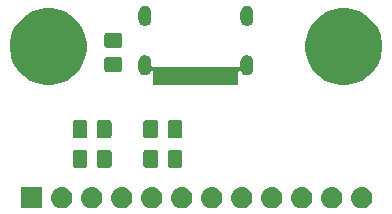
<source format=gbr>
G04 #@! TF.GenerationSoftware,KiCad,Pcbnew,(5.1.2-1)-1*
G04 #@! TF.CreationDate,2020-04-25T00:14:51+02:00*
G04 #@! TF.ProjectId,USB-C-USB-2.0,5553422d-432d-4555-9342-2d322e302e6b,rev?*
G04 #@! TF.SameCoordinates,Original*
G04 #@! TF.FileFunction,Soldermask,Top*
G04 #@! TF.FilePolarity,Negative*
%FSLAX46Y46*%
G04 Gerber Fmt 4.6, Leading zero omitted, Abs format (unit mm)*
G04 Created by KiCad (PCBNEW (5.1.2-1)-1) date 2020-04-25 00:14:51*
%MOMM*%
%LPD*%
G04 APERTURE LIST*
%ADD10C,0.100000*%
G04 APERTURE END LIST*
D10*
G36*
X68450442Y-76305518D02*
G01*
X68516627Y-76312037D01*
X68686466Y-76363557D01*
X68842991Y-76447222D01*
X68878729Y-76476552D01*
X68980186Y-76559814D01*
X69063448Y-76661271D01*
X69092778Y-76697009D01*
X69176443Y-76853534D01*
X69227963Y-77023373D01*
X69245359Y-77200000D01*
X69227963Y-77376627D01*
X69176443Y-77546466D01*
X69092778Y-77702991D01*
X69063448Y-77738729D01*
X68980186Y-77840186D01*
X68878729Y-77923448D01*
X68842991Y-77952778D01*
X68686466Y-78036443D01*
X68516627Y-78087963D01*
X68450443Y-78094481D01*
X68384260Y-78101000D01*
X68295740Y-78101000D01*
X68229557Y-78094481D01*
X68163373Y-78087963D01*
X67993534Y-78036443D01*
X67837009Y-77952778D01*
X67801271Y-77923448D01*
X67699814Y-77840186D01*
X67616552Y-77738729D01*
X67587222Y-77702991D01*
X67503557Y-77546466D01*
X67452037Y-77376627D01*
X67434641Y-77200000D01*
X67452037Y-77023373D01*
X67503557Y-76853534D01*
X67587222Y-76697009D01*
X67616552Y-76661271D01*
X67699814Y-76559814D01*
X67801271Y-76476552D01*
X67837009Y-76447222D01*
X67993534Y-76363557D01*
X68163373Y-76312037D01*
X68229558Y-76305518D01*
X68295740Y-76299000D01*
X68384260Y-76299000D01*
X68450442Y-76305518D01*
X68450442Y-76305518D01*
G37*
G36*
X65910442Y-76305518D02*
G01*
X65976627Y-76312037D01*
X66146466Y-76363557D01*
X66302991Y-76447222D01*
X66338729Y-76476552D01*
X66440186Y-76559814D01*
X66523448Y-76661271D01*
X66552778Y-76697009D01*
X66636443Y-76853534D01*
X66687963Y-77023373D01*
X66705359Y-77200000D01*
X66687963Y-77376627D01*
X66636443Y-77546466D01*
X66552778Y-77702991D01*
X66523448Y-77738729D01*
X66440186Y-77840186D01*
X66338729Y-77923448D01*
X66302991Y-77952778D01*
X66146466Y-78036443D01*
X65976627Y-78087963D01*
X65910443Y-78094481D01*
X65844260Y-78101000D01*
X65755740Y-78101000D01*
X65689557Y-78094481D01*
X65623373Y-78087963D01*
X65453534Y-78036443D01*
X65297009Y-77952778D01*
X65261271Y-77923448D01*
X65159814Y-77840186D01*
X65076552Y-77738729D01*
X65047222Y-77702991D01*
X64963557Y-77546466D01*
X64912037Y-77376627D01*
X64894641Y-77200000D01*
X64912037Y-77023373D01*
X64963557Y-76853534D01*
X65047222Y-76697009D01*
X65076552Y-76661271D01*
X65159814Y-76559814D01*
X65261271Y-76476552D01*
X65297009Y-76447222D01*
X65453534Y-76363557D01*
X65623373Y-76312037D01*
X65689558Y-76305518D01*
X65755740Y-76299000D01*
X65844260Y-76299000D01*
X65910442Y-76305518D01*
X65910442Y-76305518D01*
G37*
G36*
X63370442Y-76305518D02*
G01*
X63436627Y-76312037D01*
X63606466Y-76363557D01*
X63762991Y-76447222D01*
X63798729Y-76476552D01*
X63900186Y-76559814D01*
X63983448Y-76661271D01*
X64012778Y-76697009D01*
X64096443Y-76853534D01*
X64147963Y-77023373D01*
X64165359Y-77200000D01*
X64147963Y-77376627D01*
X64096443Y-77546466D01*
X64012778Y-77702991D01*
X63983448Y-77738729D01*
X63900186Y-77840186D01*
X63798729Y-77923448D01*
X63762991Y-77952778D01*
X63606466Y-78036443D01*
X63436627Y-78087963D01*
X63370443Y-78094481D01*
X63304260Y-78101000D01*
X63215740Y-78101000D01*
X63149557Y-78094481D01*
X63083373Y-78087963D01*
X62913534Y-78036443D01*
X62757009Y-77952778D01*
X62721271Y-77923448D01*
X62619814Y-77840186D01*
X62536552Y-77738729D01*
X62507222Y-77702991D01*
X62423557Y-77546466D01*
X62372037Y-77376627D01*
X62354641Y-77200000D01*
X62372037Y-77023373D01*
X62423557Y-76853534D01*
X62507222Y-76697009D01*
X62536552Y-76661271D01*
X62619814Y-76559814D01*
X62721271Y-76476552D01*
X62757009Y-76447222D01*
X62913534Y-76363557D01*
X63083373Y-76312037D01*
X63149558Y-76305518D01*
X63215740Y-76299000D01*
X63304260Y-76299000D01*
X63370442Y-76305518D01*
X63370442Y-76305518D01*
G37*
G36*
X60830442Y-76305518D02*
G01*
X60896627Y-76312037D01*
X61066466Y-76363557D01*
X61222991Y-76447222D01*
X61258729Y-76476552D01*
X61360186Y-76559814D01*
X61443448Y-76661271D01*
X61472778Y-76697009D01*
X61556443Y-76853534D01*
X61607963Y-77023373D01*
X61625359Y-77200000D01*
X61607963Y-77376627D01*
X61556443Y-77546466D01*
X61472778Y-77702991D01*
X61443448Y-77738729D01*
X61360186Y-77840186D01*
X61258729Y-77923448D01*
X61222991Y-77952778D01*
X61066466Y-78036443D01*
X60896627Y-78087963D01*
X60830443Y-78094481D01*
X60764260Y-78101000D01*
X60675740Y-78101000D01*
X60609557Y-78094481D01*
X60543373Y-78087963D01*
X60373534Y-78036443D01*
X60217009Y-77952778D01*
X60181271Y-77923448D01*
X60079814Y-77840186D01*
X59996552Y-77738729D01*
X59967222Y-77702991D01*
X59883557Y-77546466D01*
X59832037Y-77376627D01*
X59814641Y-77200000D01*
X59832037Y-77023373D01*
X59883557Y-76853534D01*
X59967222Y-76697009D01*
X59996552Y-76661271D01*
X60079814Y-76559814D01*
X60181271Y-76476552D01*
X60217009Y-76447222D01*
X60373534Y-76363557D01*
X60543373Y-76312037D01*
X60609558Y-76305518D01*
X60675740Y-76299000D01*
X60764260Y-76299000D01*
X60830442Y-76305518D01*
X60830442Y-76305518D01*
G37*
G36*
X58290442Y-76305518D02*
G01*
X58356627Y-76312037D01*
X58526466Y-76363557D01*
X58682991Y-76447222D01*
X58718729Y-76476552D01*
X58820186Y-76559814D01*
X58903448Y-76661271D01*
X58932778Y-76697009D01*
X59016443Y-76853534D01*
X59067963Y-77023373D01*
X59085359Y-77200000D01*
X59067963Y-77376627D01*
X59016443Y-77546466D01*
X58932778Y-77702991D01*
X58903448Y-77738729D01*
X58820186Y-77840186D01*
X58718729Y-77923448D01*
X58682991Y-77952778D01*
X58526466Y-78036443D01*
X58356627Y-78087963D01*
X58290443Y-78094481D01*
X58224260Y-78101000D01*
X58135740Y-78101000D01*
X58069557Y-78094481D01*
X58003373Y-78087963D01*
X57833534Y-78036443D01*
X57677009Y-77952778D01*
X57641271Y-77923448D01*
X57539814Y-77840186D01*
X57456552Y-77738729D01*
X57427222Y-77702991D01*
X57343557Y-77546466D01*
X57292037Y-77376627D01*
X57274641Y-77200000D01*
X57292037Y-77023373D01*
X57343557Y-76853534D01*
X57427222Y-76697009D01*
X57456552Y-76661271D01*
X57539814Y-76559814D01*
X57641271Y-76476552D01*
X57677009Y-76447222D01*
X57833534Y-76363557D01*
X58003373Y-76312037D01*
X58069558Y-76305518D01*
X58135740Y-76299000D01*
X58224260Y-76299000D01*
X58290442Y-76305518D01*
X58290442Y-76305518D01*
G37*
G36*
X55750442Y-76305518D02*
G01*
X55816627Y-76312037D01*
X55986466Y-76363557D01*
X56142991Y-76447222D01*
X56178729Y-76476552D01*
X56280186Y-76559814D01*
X56363448Y-76661271D01*
X56392778Y-76697009D01*
X56476443Y-76853534D01*
X56527963Y-77023373D01*
X56545359Y-77200000D01*
X56527963Y-77376627D01*
X56476443Y-77546466D01*
X56392778Y-77702991D01*
X56363448Y-77738729D01*
X56280186Y-77840186D01*
X56178729Y-77923448D01*
X56142991Y-77952778D01*
X55986466Y-78036443D01*
X55816627Y-78087963D01*
X55750443Y-78094481D01*
X55684260Y-78101000D01*
X55595740Y-78101000D01*
X55529557Y-78094481D01*
X55463373Y-78087963D01*
X55293534Y-78036443D01*
X55137009Y-77952778D01*
X55101271Y-77923448D01*
X54999814Y-77840186D01*
X54916552Y-77738729D01*
X54887222Y-77702991D01*
X54803557Y-77546466D01*
X54752037Y-77376627D01*
X54734641Y-77200000D01*
X54752037Y-77023373D01*
X54803557Y-76853534D01*
X54887222Y-76697009D01*
X54916552Y-76661271D01*
X54999814Y-76559814D01*
X55101271Y-76476552D01*
X55137009Y-76447222D01*
X55293534Y-76363557D01*
X55463373Y-76312037D01*
X55529558Y-76305518D01*
X55595740Y-76299000D01*
X55684260Y-76299000D01*
X55750442Y-76305518D01*
X55750442Y-76305518D01*
G37*
G36*
X53210442Y-76305518D02*
G01*
X53276627Y-76312037D01*
X53446466Y-76363557D01*
X53602991Y-76447222D01*
X53638729Y-76476552D01*
X53740186Y-76559814D01*
X53823448Y-76661271D01*
X53852778Y-76697009D01*
X53936443Y-76853534D01*
X53987963Y-77023373D01*
X54005359Y-77200000D01*
X53987963Y-77376627D01*
X53936443Y-77546466D01*
X53852778Y-77702991D01*
X53823448Y-77738729D01*
X53740186Y-77840186D01*
X53638729Y-77923448D01*
X53602991Y-77952778D01*
X53446466Y-78036443D01*
X53276627Y-78087963D01*
X53210443Y-78094481D01*
X53144260Y-78101000D01*
X53055740Y-78101000D01*
X52989557Y-78094481D01*
X52923373Y-78087963D01*
X52753534Y-78036443D01*
X52597009Y-77952778D01*
X52561271Y-77923448D01*
X52459814Y-77840186D01*
X52376552Y-77738729D01*
X52347222Y-77702991D01*
X52263557Y-77546466D01*
X52212037Y-77376627D01*
X52194641Y-77200000D01*
X52212037Y-77023373D01*
X52263557Y-76853534D01*
X52347222Y-76697009D01*
X52376552Y-76661271D01*
X52459814Y-76559814D01*
X52561271Y-76476552D01*
X52597009Y-76447222D01*
X52753534Y-76363557D01*
X52923373Y-76312037D01*
X52989558Y-76305518D01*
X53055740Y-76299000D01*
X53144260Y-76299000D01*
X53210442Y-76305518D01*
X53210442Y-76305518D01*
G37*
G36*
X50670442Y-76305518D02*
G01*
X50736627Y-76312037D01*
X50906466Y-76363557D01*
X51062991Y-76447222D01*
X51098729Y-76476552D01*
X51200186Y-76559814D01*
X51283448Y-76661271D01*
X51312778Y-76697009D01*
X51396443Y-76853534D01*
X51447963Y-77023373D01*
X51465359Y-77200000D01*
X51447963Y-77376627D01*
X51396443Y-77546466D01*
X51312778Y-77702991D01*
X51283448Y-77738729D01*
X51200186Y-77840186D01*
X51098729Y-77923448D01*
X51062991Y-77952778D01*
X50906466Y-78036443D01*
X50736627Y-78087963D01*
X50670443Y-78094481D01*
X50604260Y-78101000D01*
X50515740Y-78101000D01*
X50449557Y-78094481D01*
X50383373Y-78087963D01*
X50213534Y-78036443D01*
X50057009Y-77952778D01*
X50021271Y-77923448D01*
X49919814Y-77840186D01*
X49836552Y-77738729D01*
X49807222Y-77702991D01*
X49723557Y-77546466D01*
X49672037Y-77376627D01*
X49654641Y-77200000D01*
X49672037Y-77023373D01*
X49723557Y-76853534D01*
X49807222Y-76697009D01*
X49836552Y-76661271D01*
X49919814Y-76559814D01*
X50021271Y-76476552D01*
X50057009Y-76447222D01*
X50213534Y-76363557D01*
X50383373Y-76312037D01*
X50449558Y-76305518D01*
X50515740Y-76299000D01*
X50604260Y-76299000D01*
X50670442Y-76305518D01*
X50670442Y-76305518D01*
G37*
G36*
X48130442Y-76305518D02*
G01*
X48196627Y-76312037D01*
X48366466Y-76363557D01*
X48522991Y-76447222D01*
X48558729Y-76476552D01*
X48660186Y-76559814D01*
X48743448Y-76661271D01*
X48772778Y-76697009D01*
X48856443Y-76853534D01*
X48907963Y-77023373D01*
X48925359Y-77200000D01*
X48907963Y-77376627D01*
X48856443Y-77546466D01*
X48772778Y-77702991D01*
X48743448Y-77738729D01*
X48660186Y-77840186D01*
X48558729Y-77923448D01*
X48522991Y-77952778D01*
X48366466Y-78036443D01*
X48196627Y-78087963D01*
X48130443Y-78094481D01*
X48064260Y-78101000D01*
X47975740Y-78101000D01*
X47909557Y-78094481D01*
X47843373Y-78087963D01*
X47673534Y-78036443D01*
X47517009Y-77952778D01*
X47481271Y-77923448D01*
X47379814Y-77840186D01*
X47296552Y-77738729D01*
X47267222Y-77702991D01*
X47183557Y-77546466D01*
X47132037Y-77376627D01*
X47114641Y-77200000D01*
X47132037Y-77023373D01*
X47183557Y-76853534D01*
X47267222Y-76697009D01*
X47296552Y-76661271D01*
X47379814Y-76559814D01*
X47481271Y-76476552D01*
X47517009Y-76447222D01*
X47673534Y-76363557D01*
X47843373Y-76312037D01*
X47909558Y-76305518D01*
X47975740Y-76299000D01*
X48064260Y-76299000D01*
X48130442Y-76305518D01*
X48130442Y-76305518D01*
G37*
G36*
X45590442Y-76305518D02*
G01*
X45656627Y-76312037D01*
X45826466Y-76363557D01*
X45982991Y-76447222D01*
X46018729Y-76476552D01*
X46120186Y-76559814D01*
X46203448Y-76661271D01*
X46232778Y-76697009D01*
X46316443Y-76853534D01*
X46367963Y-77023373D01*
X46385359Y-77200000D01*
X46367963Y-77376627D01*
X46316443Y-77546466D01*
X46232778Y-77702991D01*
X46203448Y-77738729D01*
X46120186Y-77840186D01*
X46018729Y-77923448D01*
X45982991Y-77952778D01*
X45826466Y-78036443D01*
X45656627Y-78087963D01*
X45590443Y-78094481D01*
X45524260Y-78101000D01*
X45435740Y-78101000D01*
X45369557Y-78094481D01*
X45303373Y-78087963D01*
X45133534Y-78036443D01*
X44977009Y-77952778D01*
X44941271Y-77923448D01*
X44839814Y-77840186D01*
X44756552Y-77738729D01*
X44727222Y-77702991D01*
X44643557Y-77546466D01*
X44592037Y-77376627D01*
X44574641Y-77200000D01*
X44592037Y-77023373D01*
X44643557Y-76853534D01*
X44727222Y-76697009D01*
X44756552Y-76661271D01*
X44839814Y-76559814D01*
X44941271Y-76476552D01*
X44977009Y-76447222D01*
X45133534Y-76363557D01*
X45303373Y-76312037D01*
X45369558Y-76305518D01*
X45435740Y-76299000D01*
X45524260Y-76299000D01*
X45590442Y-76305518D01*
X45590442Y-76305518D01*
G37*
G36*
X43050442Y-76305518D02*
G01*
X43116627Y-76312037D01*
X43286466Y-76363557D01*
X43442991Y-76447222D01*
X43478729Y-76476552D01*
X43580186Y-76559814D01*
X43663448Y-76661271D01*
X43692778Y-76697009D01*
X43776443Y-76853534D01*
X43827963Y-77023373D01*
X43845359Y-77200000D01*
X43827963Y-77376627D01*
X43776443Y-77546466D01*
X43692778Y-77702991D01*
X43663448Y-77738729D01*
X43580186Y-77840186D01*
X43478729Y-77923448D01*
X43442991Y-77952778D01*
X43286466Y-78036443D01*
X43116627Y-78087963D01*
X43050443Y-78094481D01*
X42984260Y-78101000D01*
X42895740Y-78101000D01*
X42829557Y-78094481D01*
X42763373Y-78087963D01*
X42593534Y-78036443D01*
X42437009Y-77952778D01*
X42401271Y-77923448D01*
X42299814Y-77840186D01*
X42216552Y-77738729D01*
X42187222Y-77702991D01*
X42103557Y-77546466D01*
X42052037Y-77376627D01*
X42034641Y-77200000D01*
X42052037Y-77023373D01*
X42103557Y-76853534D01*
X42187222Y-76697009D01*
X42216552Y-76661271D01*
X42299814Y-76559814D01*
X42401271Y-76476552D01*
X42437009Y-76447222D01*
X42593534Y-76363557D01*
X42763373Y-76312037D01*
X42829558Y-76305518D01*
X42895740Y-76299000D01*
X42984260Y-76299000D01*
X43050442Y-76305518D01*
X43050442Y-76305518D01*
G37*
G36*
X41301000Y-78101000D02*
G01*
X39499000Y-78101000D01*
X39499000Y-76299000D01*
X41301000Y-76299000D01*
X41301000Y-78101000D01*
X41301000Y-78101000D01*
G37*
G36*
X50938674Y-73153465D02*
G01*
X50976367Y-73164899D01*
X51011103Y-73183466D01*
X51041548Y-73208452D01*
X51066534Y-73238897D01*
X51085101Y-73273633D01*
X51096535Y-73311326D01*
X51101000Y-73356661D01*
X51101000Y-74443339D01*
X51096535Y-74488674D01*
X51085101Y-74526367D01*
X51066534Y-74561103D01*
X51041548Y-74591548D01*
X51011103Y-74616534D01*
X50976367Y-74635101D01*
X50938674Y-74646535D01*
X50893339Y-74651000D01*
X50056661Y-74651000D01*
X50011326Y-74646535D01*
X49973633Y-74635101D01*
X49938897Y-74616534D01*
X49908452Y-74591548D01*
X49883466Y-74561103D01*
X49864899Y-74526367D01*
X49853465Y-74488674D01*
X49849000Y-74443339D01*
X49849000Y-73356661D01*
X49853465Y-73311326D01*
X49864899Y-73273633D01*
X49883466Y-73238897D01*
X49908452Y-73208452D01*
X49938897Y-73183466D01*
X49973633Y-73164899D01*
X50011326Y-73153465D01*
X50056661Y-73149000D01*
X50893339Y-73149000D01*
X50938674Y-73153465D01*
X50938674Y-73153465D01*
G37*
G36*
X52988674Y-73153465D02*
G01*
X53026367Y-73164899D01*
X53061103Y-73183466D01*
X53091548Y-73208452D01*
X53116534Y-73238897D01*
X53135101Y-73273633D01*
X53146535Y-73311326D01*
X53151000Y-73356661D01*
X53151000Y-74443339D01*
X53146535Y-74488674D01*
X53135101Y-74526367D01*
X53116534Y-74561103D01*
X53091548Y-74591548D01*
X53061103Y-74616534D01*
X53026367Y-74635101D01*
X52988674Y-74646535D01*
X52943339Y-74651000D01*
X52106661Y-74651000D01*
X52061326Y-74646535D01*
X52023633Y-74635101D01*
X51988897Y-74616534D01*
X51958452Y-74591548D01*
X51933466Y-74561103D01*
X51914899Y-74526367D01*
X51903465Y-74488674D01*
X51899000Y-74443339D01*
X51899000Y-73356661D01*
X51903465Y-73311326D01*
X51914899Y-73273633D01*
X51933466Y-73238897D01*
X51958452Y-73208452D01*
X51988897Y-73183466D01*
X52023633Y-73164899D01*
X52061326Y-73153465D01*
X52106661Y-73149000D01*
X52943339Y-73149000D01*
X52988674Y-73153465D01*
X52988674Y-73153465D01*
G37*
G36*
X46988674Y-73153465D02*
G01*
X47026367Y-73164899D01*
X47061103Y-73183466D01*
X47091548Y-73208452D01*
X47116534Y-73238897D01*
X47135101Y-73273633D01*
X47146535Y-73311326D01*
X47151000Y-73356661D01*
X47151000Y-74443339D01*
X47146535Y-74488674D01*
X47135101Y-74526367D01*
X47116534Y-74561103D01*
X47091548Y-74591548D01*
X47061103Y-74616534D01*
X47026367Y-74635101D01*
X46988674Y-74646535D01*
X46943339Y-74651000D01*
X46106661Y-74651000D01*
X46061326Y-74646535D01*
X46023633Y-74635101D01*
X45988897Y-74616534D01*
X45958452Y-74591548D01*
X45933466Y-74561103D01*
X45914899Y-74526367D01*
X45903465Y-74488674D01*
X45899000Y-74443339D01*
X45899000Y-73356661D01*
X45903465Y-73311326D01*
X45914899Y-73273633D01*
X45933466Y-73238897D01*
X45958452Y-73208452D01*
X45988897Y-73183466D01*
X46023633Y-73164899D01*
X46061326Y-73153465D01*
X46106661Y-73149000D01*
X46943339Y-73149000D01*
X46988674Y-73153465D01*
X46988674Y-73153465D01*
G37*
G36*
X44938674Y-73153465D02*
G01*
X44976367Y-73164899D01*
X45011103Y-73183466D01*
X45041548Y-73208452D01*
X45066534Y-73238897D01*
X45085101Y-73273633D01*
X45096535Y-73311326D01*
X45101000Y-73356661D01*
X45101000Y-74443339D01*
X45096535Y-74488674D01*
X45085101Y-74526367D01*
X45066534Y-74561103D01*
X45041548Y-74591548D01*
X45011103Y-74616534D01*
X44976367Y-74635101D01*
X44938674Y-74646535D01*
X44893339Y-74651000D01*
X44056661Y-74651000D01*
X44011326Y-74646535D01*
X43973633Y-74635101D01*
X43938897Y-74616534D01*
X43908452Y-74591548D01*
X43883466Y-74561103D01*
X43864899Y-74526367D01*
X43853465Y-74488674D01*
X43849000Y-74443339D01*
X43849000Y-73356661D01*
X43853465Y-73311326D01*
X43864899Y-73273633D01*
X43883466Y-73238897D01*
X43908452Y-73208452D01*
X43938897Y-73183466D01*
X43973633Y-73164899D01*
X44011326Y-73153465D01*
X44056661Y-73149000D01*
X44893339Y-73149000D01*
X44938674Y-73153465D01*
X44938674Y-73153465D01*
G37*
G36*
X50938674Y-70653465D02*
G01*
X50976367Y-70664899D01*
X51011103Y-70683466D01*
X51041548Y-70708452D01*
X51066534Y-70738897D01*
X51085101Y-70773633D01*
X51096535Y-70811326D01*
X51101000Y-70856661D01*
X51101000Y-71943339D01*
X51096535Y-71988674D01*
X51085101Y-72026367D01*
X51066534Y-72061103D01*
X51041548Y-72091548D01*
X51011103Y-72116534D01*
X50976367Y-72135101D01*
X50938674Y-72146535D01*
X50893339Y-72151000D01*
X50056661Y-72151000D01*
X50011326Y-72146535D01*
X49973633Y-72135101D01*
X49938897Y-72116534D01*
X49908452Y-72091548D01*
X49883466Y-72061103D01*
X49864899Y-72026367D01*
X49853465Y-71988674D01*
X49849000Y-71943339D01*
X49849000Y-70856661D01*
X49853465Y-70811326D01*
X49864899Y-70773633D01*
X49883466Y-70738897D01*
X49908452Y-70708452D01*
X49938897Y-70683466D01*
X49973633Y-70664899D01*
X50011326Y-70653465D01*
X50056661Y-70649000D01*
X50893339Y-70649000D01*
X50938674Y-70653465D01*
X50938674Y-70653465D01*
G37*
G36*
X52988674Y-70653465D02*
G01*
X53026367Y-70664899D01*
X53061103Y-70683466D01*
X53091548Y-70708452D01*
X53116534Y-70738897D01*
X53135101Y-70773633D01*
X53146535Y-70811326D01*
X53151000Y-70856661D01*
X53151000Y-71943339D01*
X53146535Y-71988674D01*
X53135101Y-72026367D01*
X53116534Y-72061103D01*
X53091548Y-72091548D01*
X53061103Y-72116534D01*
X53026367Y-72135101D01*
X52988674Y-72146535D01*
X52943339Y-72151000D01*
X52106661Y-72151000D01*
X52061326Y-72146535D01*
X52023633Y-72135101D01*
X51988897Y-72116534D01*
X51958452Y-72091548D01*
X51933466Y-72061103D01*
X51914899Y-72026367D01*
X51903465Y-71988674D01*
X51899000Y-71943339D01*
X51899000Y-70856661D01*
X51903465Y-70811326D01*
X51914899Y-70773633D01*
X51933466Y-70738897D01*
X51958452Y-70708452D01*
X51988897Y-70683466D01*
X52023633Y-70664899D01*
X52061326Y-70653465D01*
X52106661Y-70649000D01*
X52943339Y-70649000D01*
X52988674Y-70653465D01*
X52988674Y-70653465D01*
G37*
G36*
X46988674Y-70653465D02*
G01*
X47026367Y-70664899D01*
X47061103Y-70683466D01*
X47091548Y-70708452D01*
X47116534Y-70738897D01*
X47135101Y-70773633D01*
X47146535Y-70811326D01*
X47151000Y-70856661D01*
X47151000Y-71943339D01*
X47146535Y-71988674D01*
X47135101Y-72026367D01*
X47116534Y-72061103D01*
X47091548Y-72091548D01*
X47061103Y-72116534D01*
X47026367Y-72135101D01*
X46988674Y-72146535D01*
X46943339Y-72151000D01*
X46106661Y-72151000D01*
X46061326Y-72146535D01*
X46023633Y-72135101D01*
X45988897Y-72116534D01*
X45958452Y-72091548D01*
X45933466Y-72061103D01*
X45914899Y-72026367D01*
X45903465Y-71988674D01*
X45899000Y-71943339D01*
X45899000Y-70856661D01*
X45903465Y-70811326D01*
X45914899Y-70773633D01*
X45933466Y-70738897D01*
X45958452Y-70708452D01*
X45988897Y-70683466D01*
X46023633Y-70664899D01*
X46061326Y-70653465D01*
X46106661Y-70649000D01*
X46943339Y-70649000D01*
X46988674Y-70653465D01*
X46988674Y-70653465D01*
G37*
G36*
X44938674Y-70653465D02*
G01*
X44976367Y-70664899D01*
X45011103Y-70683466D01*
X45041548Y-70708452D01*
X45066534Y-70738897D01*
X45085101Y-70773633D01*
X45096535Y-70811326D01*
X45101000Y-70856661D01*
X45101000Y-71943339D01*
X45096535Y-71988674D01*
X45085101Y-72026367D01*
X45066534Y-72061103D01*
X45041548Y-72091548D01*
X45011103Y-72116534D01*
X44976367Y-72135101D01*
X44938674Y-72146535D01*
X44893339Y-72151000D01*
X44056661Y-72151000D01*
X44011326Y-72146535D01*
X43973633Y-72135101D01*
X43938897Y-72116534D01*
X43908452Y-72091548D01*
X43883466Y-72061103D01*
X43864899Y-72026367D01*
X43853465Y-71988674D01*
X43849000Y-71943339D01*
X43849000Y-70856661D01*
X43853465Y-70811326D01*
X43864899Y-70773633D01*
X43883466Y-70738897D01*
X43908452Y-70708452D01*
X43938897Y-70683466D01*
X43973633Y-70664899D01*
X44011326Y-70653465D01*
X44056661Y-70649000D01*
X44893339Y-70649000D01*
X44938674Y-70653465D01*
X44938674Y-70653465D01*
G37*
G36*
X50087496Y-65139587D02*
G01*
X50190860Y-65170942D01*
X50286120Y-65221860D01*
X50369617Y-65290384D01*
X50438141Y-65373881D01*
X50489059Y-65469141D01*
X50520414Y-65572505D01*
X50531001Y-65680000D01*
X50531001Y-65999001D01*
X50533403Y-66023387D01*
X50540516Y-66046836D01*
X50552067Y-66068447D01*
X50567612Y-66087389D01*
X50586554Y-66102934D01*
X50608165Y-66114485D01*
X50631614Y-66121598D01*
X50656000Y-66124000D01*
X57944000Y-66124000D01*
X57968386Y-66121598D01*
X57991835Y-66114485D01*
X58013446Y-66102934D01*
X58032388Y-66087389D01*
X58047933Y-66068447D01*
X58059484Y-66046836D01*
X58066597Y-66023387D01*
X58068999Y-65999001D01*
X58068999Y-65680000D01*
X58079586Y-65572505D01*
X58110941Y-65469141D01*
X58161859Y-65373881D01*
X58230383Y-65290384D01*
X58313880Y-65221860D01*
X58409140Y-65170942D01*
X58512504Y-65139587D01*
X58619999Y-65129000D01*
X58620001Y-65129000D01*
X58727496Y-65139587D01*
X58830860Y-65170942D01*
X58926120Y-65221860D01*
X59009617Y-65290384D01*
X59078141Y-65373881D01*
X59129059Y-65469141D01*
X59160414Y-65572505D01*
X59171001Y-65680000D01*
X59171001Y-66280000D01*
X59160414Y-66387495D01*
X59129059Y-66490859D01*
X59078141Y-66586119D01*
X59009617Y-66669616D01*
X58926120Y-66738140D01*
X58830860Y-66789058D01*
X58727496Y-66820413D01*
X58620001Y-66831000D01*
X58619999Y-66831000D01*
X58512504Y-66820413D01*
X58409140Y-66789058D01*
X58313880Y-66738140D01*
X58230383Y-66669616D01*
X58161859Y-66586119D01*
X58132829Y-66531807D01*
X58122624Y-66516535D01*
X58105297Y-66499208D01*
X58084923Y-66485595D01*
X58062284Y-66476217D01*
X58038251Y-66471437D01*
X58013747Y-66471437D01*
X57989714Y-66476217D01*
X57967075Y-66485595D01*
X57946700Y-66499209D01*
X57929373Y-66516536D01*
X57915760Y-66536910D01*
X57906382Y-66559549D01*
X57901000Y-66595834D01*
X57901000Y-67676000D01*
X50699000Y-67676000D01*
X50699000Y-66595834D01*
X50696598Y-66571448D01*
X50689485Y-66547999D01*
X50677934Y-66526388D01*
X50662389Y-66507446D01*
X50643447Y-66491901D01*
X50621836Y-66480350D01*
X50598387Y-66473237D01*
X50574001Y-66470835D01*
X50549615Y-66473237D01*
X50526166Y-66480350D01*
X50504555Y-66491901D01*
X50485613Y-66507446D01*
X50466204Y-66533617D01*
X50438141Y-66586119D01*
X50369617Y-66669616D01*
X50286120Y-66738140D01*
X50190860Y-66789058D01*
X50087496Y-66820413D01*
X49980001Y-66831000D01*
X49979999Y-66831000D01*
X49872504Y-66820413D01*
X49769140Y-66789058D01*
X49673880Y-66738140D01*
X49590383Y-66669616D01*
X49521859Y-66586119D01*
X49470941Y-66490859D01*
X49439586Y-66387495D01*
X49428999Y-66280000D01*
X49428999Y-65680000D01*
X49439586Y-65572505D01*
X49470941Y-65469141D01*
X49521859Y-65373881D01*
X49590383Y-65290384D01*
X49673880Y-65221860D01*
X49769140Y-65170942D01*
X49872504Y-65139587D01*
X49979999Y-65129000D01*
X49980001Y-65129000D01*
X50087496Y-65139587D01*
X50087496Y-65139587D01*
G37*
G36*
X67434239Y-61211467D02*
G01*
X67748282Y-61273934D01*
X68339926Y-61519001D01*
X68629523Y-61712504D01*
X68872391Y-61874783D01*
X69325217Y-62327609D01*
X69383909Y-62415448D01*
X69680999Y-62860074D01*
X69926066Y-63451718D01*
X69939881Y-63521173D01*
X70051000Y-64079803D01*
X70051000Y-64720197D01*
X69988533Y-65034239D01*
X69926066Y-65348282D01*
X69680999Y-65939926D01*
X69457871Y-66273860D01*
X69326257Y-66470835D01*
X69325216Y-66472392D01*
X68872392Y-66925216D01*
X68339926Y-67280999D01*
X67748282Y-67526066D01*
X67434239Y-67588533D01*
X67120197Y-67651000D01*
X66479803Y-67651000D01*
X66165761Y-67588533D01*
X65851718Y-67526066D01*
X65260074Y-67280999D01*
X64727608Y-66925216D01*
X64274784Y-66472392D01*
X64273744Y-66470835D01*
X64142129Y-66273860D01*
X63919001Y-65939926D01*
X63673934Y-65348282D01*
X63611467Y-65034239D01*
X63549000Y-64720197D01*
X63549000Y-64079803D01*
X63660119Y-63521173D01*
X63673934Y-63451718D01*
X63919001Y-62860074D01*
X64216091Y-62415448D01*
X64274783Y-62327609D01*
X64727609Y-61874783D01*
X64970477Y-61712504D01*
X65260074Y-61519001D01*
X65851718Y-61273934D01*
X66165761Y-61211467D01*
X66479803Y-61149000D01*
X67120197Y-61149000D01*
X67434239Y-61211467D01*
X67434239Y-61211467D01*
G37*
G36*
X42434239Y-61211467D02*
G01*
X42748282Y-61273934D01*
X43339926Y-61519001D01*
X43629523Y-61712504D01*
X43872391Y-61874783D01*
X44325217Y-62327609D01*
X44383909Y-62415448D01*
X44680999Y-62860074D01*
X44926066Y-63451718D01*
X44939881Y-63521173D01*
X45051000Y-64079803D01*
X45051000Y-64720197D01*
X44988533Y-65034239D01*
X44926066Y-65348282D01*
X44680999Y-65939926D01*
X44457871Y-66273860D01*
X44326257Y-66470835D01*
X44325216Y-66472392D01*
X43872392Y-66925216D01*
X43339926Y-67280999D01*
X42748282Y-67526066D01*
X42434239Y-67588533D01*
X42120197Y-67651000D01*
X41479803Y-67651000D01*
X41165761Y-67588533D01*
X40851718Y-67526066D01*
X40260074Y-67280999D01*
X39727608Y-66925216D01*
X39274784Y-66472392D01*
X39273744Y-66470835D01*
X39142129Y-66273860D01*
X38919001Y-65939926D01*
X38673934Y-65348282D01*
X38611467Y-65034239D01*
X38549000Y-64720197D01*
X38549000Y-64079803D01*
X38660119Y-63521173D01*
X38673934Y-63451718D01*
X38919001Y-62860074D01*
X39216091Y-62415448D01*
X39274783Y-62327609D01*
X39727609Y-61874783D01*
X39970477Y-61712504D01*
X40260074Y-61519001D01*
X40851718Y-61273934D01*
X41165761Y-61211467D01*
X41479803Y-61149000D01*
X42120197Y-61149000D01*
X42434239Y-61211467D01*
X42434239Y-61211467D01*
G37*
G36*
X47888674Y-65303465D02*
G01*
X47926367Y-65314899D01*
X47961103Y-65333466D01*
X47991548Y-65358452D01*
X48016534Y-65388897D01*
X48035101Y-65423633D01*
X48046535Y-65461326D01*
X48051000Y-65506661D01*
X48051000Y-66343339D01*
X48046535Y-66388674D01*
X48035101Y-66426367D01*
X48016534Y-66461103D01*
X47991548Y-66491548D01*
X47961103Y-66516534D01*
X47926367Y-66535101D01*
X47888674Y-66546535D01*
X47843339Y-66551000D01*
X46756661Y-66551000D01*
X46711326Y-66546535D01*
X46673633Y-66535101D01*
X46638897Y-66516534D01*
X46608452Y-66491548D01*
X46583466Y-66461103D01*
X46564899Y-66426367D01*
X46553465Y-66388674D01*
X46549000Y-66343339D01*
X46549000Y-65506661D01*
X46553465Y-65461326D01*
X46564899Y-65423633D01*
X46583466Y-65388897D01*
X46608452Y-65358452D01*
X46638897Y-65333466D01*
X46673633Y-65314899D01*
X46711326Y-65303465D01*
X46756661Y-65299000D01*
X47843339Y-65299000D01*
X47888674Y-65303465D01*
X47888674Y-65303465D01*
G37*
G36*
X47888674Y-63253465D02*
G01*
X47926367Y-63264899D01*
X47961103Y-63283466D01*
X47991548Y-63308452D01*
X48016534Y-63338897D01*
X48035101Y-63373633D01*
X48046535Y-63411326D01*
X48051000Y-63456661D01*
X48051000Y-64293339D01*
X48046535Y-64338674D01*
X48035101Y-64376367D01*
X48016534Y-64411103D01*
X47991548Y-64441548D01*
X47961103Y-64466534D01*
X47926367Y-64485101D01*
X47888674Y-64496535D01*
X47843339Y-64501000D01*
X46756661Y-64501000D01*
X46711326Y-64496535D01*
X46673633Y-64485101D01*
X46638897Y-64466534D01*
X46608452Y-64441548D01*
X46583466Y-64411103D01*
X46564899Y-64376367D01*
X46553465Y-64338674D01*
X46549000Y-64293339D01*
X46549000Y-63456661D01*
X46553465Y-63411326D01*
X46564899Y-63373633D01*
X46583466Y-63338897D01*
X46608452Y-63308452D01*
X46638897Y-63283466D01*
X46673633Y-63264899D01*
X46711326Y-63253465D01*
X46756661Y-63249000D01*
X47843339Y-63249000D01*
X47888674Y-63253465D01*
X47888674Y-63253465D01*
G37*
G36*
X50087496Y-60959587D02*
G01*
X50190860Y-60990942D01*
X50286120Y-61041860D01*
X50369617Y-61110384D01*
X50438141Y-61193881D01*
X50489059Y-61289141D01*
X50520414Y-61392505D01*
X50531001Y-61500000D01*
X50531001Y-62100000D01*
X50520414Y-62207495D01*
X50489059Y-62310859D01*
X50438141Y-62406119D01*
X50369617Y-62489616D01*
X50286120Y-62558140D01*
X50190860Y-62609058D01*
X50087496Y-62640413D01*
X49980001Y-62651000D01*
X49979999Y-62651000D01*
X49872504Y-62640413D01*
X49769140Y-62609058D01*
X49673880Y-62558140D01*
X49590383Y-62489616D01*
X49521859Y-62406119D01*
X49470941Y-62310859D01*
X49439586Y-62207495D01*
X49428999Y-62100000D01*
X49428999Y-61500000D01*
X49439586Y-61392505D01*
X49470941Y-61289141D01*
X49521859Y-61193881D01*
X49590383Y-61110384D01*
X49673880Y-61041860D01*
X49769140Y-60990942D01*
X49872504Y-60959587D01*
X49979999Y-60949000D01*
X49980001Y-60949000D01*
X50087496Y-60959587D01*
X50087496Y-60959587D01*
G37*
G36*
X58727496Y-60959587D02*
G01*
X58830860Y-60990942D01*
X58926120Y-61041860D01*
X59009617Y-61110384D01*
X59078141Y-61193881D01*
X59129059Y-61289141D01*
X59160414Y-61392505D01*
X59171001Y-61500000D01*
X59171001Y-62100000D01*
X59160414Y-62207495D01*
X59129059Y-62310859D01*
X59078141Y-62406119D01*
X59009617Y-62489616D01*
X58926120Y-62558140D01*
X58830860Y-62609058D01*
X58727496Y-62640413D01*
X58620001Y-62651000D01*
X58619999Y-62651000D01*
X58512504Y-62640413D01*
X58409140Y-62609058D01*
X58313880Y-62558140D01*
X58230383Y-62489616D01*
X58161859Y-62406119D01*
X58110941Y-62310859D01*
X58079586Y-62207495D01*
X58068999Y-62100000D01*
X58068999Y-61500000D01*
X58079586Y-61392505D01*
X58110941Y-61289141D01*
X58161859Y-61193881D01*
X58230383Y-61110384D01*
X58313880Y-61041860D01*
X58409140Y-60990942D01*
X58512504Y-60959587D01*
X58619999Y-60949000D01*
X58620001Y-60949000D01*
X58727496Y-60959587D01*
X58727496Y-60959587D01*
G37*
M02*

</source>
